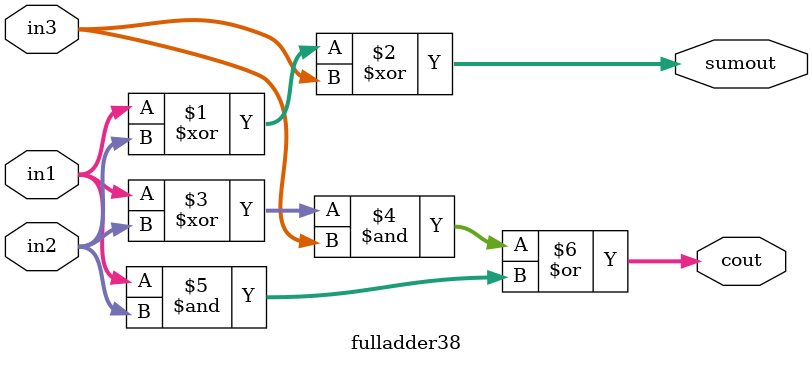
<source format=v>
module fulladder38(cout,sumout,in1,in2,in3);
input[37:0]in1,in2,in3;
output[37:0]cout,sumout;
assign sumout=(in1^in2)^in3;
assign cout=((in1^in2)&in3)|(in1&in2);
endmodule

</source>
